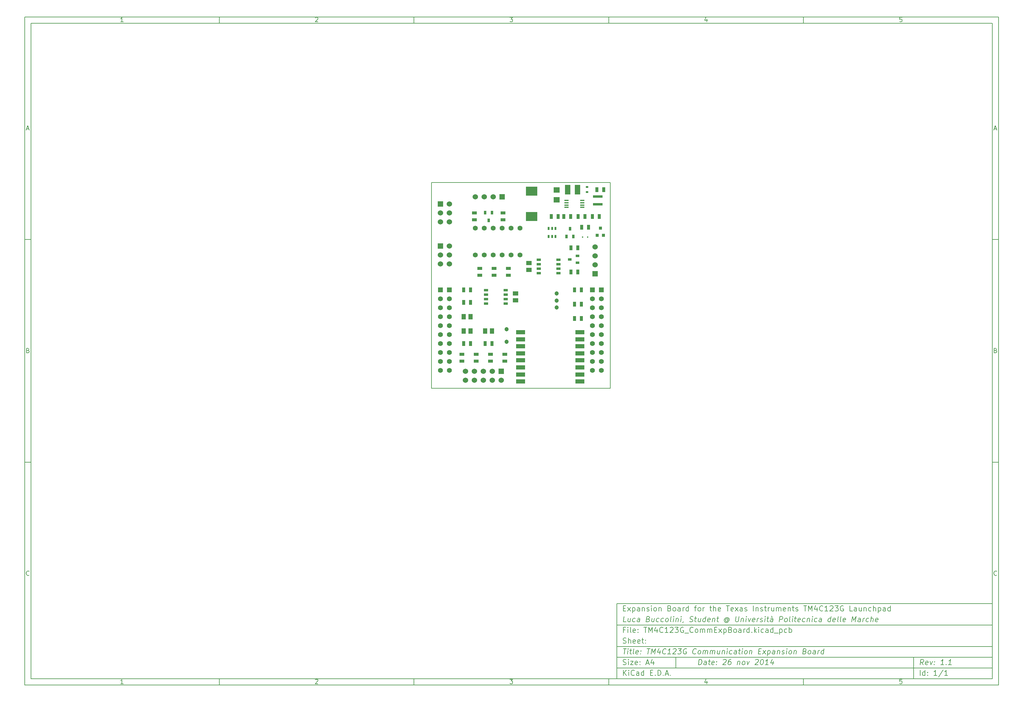
<source format=gts>
G04 (created by PCBNEW (2013-07-07 BZR 4022)-stable) date 11/26/2014 18:45:40*
%MOIN*%
G04 Gerber Fmt 3.4, Leading zero omitted, Abs format*
%FSLAX34Y34*%
G01*
G70*
G90*
G04 APERTURE LIST*
%ADD10C,0.00590551*%
%ADD11C,0.00629921*%
%ADD12R,0.05X0.016*%
%ADD13R,0.063X0.106*%
%ADD14R,0.0512X0.059*%
%ADD15R,0.059X0.0512*%
%ADD16R,0.035X0.055*%
%ADD17R,0.055X0.035*%
%ADD18R,0.0984252X0.0511811*%
%ADD19R,0.071X0.063*%
%ADD20R,0.036X0.036*%
%ADD21R,0.0394X0.0315*%
%ADD22R,0.0315X0.0394*%
%ADD23R,0.106299X0.0314961*%
%ADD24R,0.023622X0.0354331*%
%ADD25R,0.06X0.06*%
%ADD26C,0.06*%
%ADD27R,0.05X0.025*%
%ADD28R,0.055X0.055*%
%ADD29C,0.055*%
%ADD30R,0.0314961X0.023622*%
%ADD31R,0.125984X0.102362*%
%ADD32R,0.015748X0.015748*%
%ADD33C,0.0472441*%
%ADD34C,0.0551181*%
G04 APERTURE END LIST*
G54D10*
X4000Y-4000D02*
X112930Y-4000D01*
X112930Y-78680D01*
X4000Y-78680D01*
X4000Y-4000D01*
X4700Y-4700D02*
X112230Y-4700D01*
X112230Y-77980D01*
X4700Y-77980D01*
X4700Y-4700D01*
X25780Y-4000D02*
X25780Y-4700D01*
X15032Y-4552D02*
X14747Y-4552D01*
X14890Y-4552D02*
X14890Y-4052D01*
X14842Y-4123D01*
X14794Y-4171D01*
X14747Y-4195D01*
X25780Y-78680D02*
X25780Y-77980D01*
X15032Y-78532D02*
X14747Y-78532D01*
X14890Y-78532D02*
X14890Y-78032D01*
X14842Y-78103D01*
X14794Y-78151D01*
X14747Y-78175D01*
X47560Y-4000D02*
X47560Y-4700D01*
X36527Y-4100D02*
X36550Y-4076D01*
X36598Y-4052D01*
X36717Y-4052D01*
X36765Y-4076D01*
X36789Y-4100D01*
X36812Y-4147D01*
X36812Y-4195D01*
X36789Y-4266D01*
X36503Y-4552D01*
X36812Y-4552D01*
X47560Y-78680D02*
X47560Y-77980D01*
X36527Y-78080D02*
X36550Y-78056D01*
X36598Y-78032D01*
X36717Y-78032D01*
X36765Y-78056D01*
X36789Y-78080D01*
X36812Y-78127D01*
X36812Y-78175D01*
X36789Y-78246D01*
X36503Y-78532D01*
X36812Y-78532D01*
X69340Y-4000D02*
X69340Y-4700D01*
X58283Y-4052D02*
X58592Y-4052D01*
X58426Y-4242D01*
X58497Y-4242D01*
X58545Y-4266D01*
X58569Y-4290D01*
X58592Y-4338D01*
X58592Y-4457D01*
X58569Y-4504D01*
X58545Y-4528D01*
X58497Y-4552D01*
X58354Y-4552D01*
X58307Y-4528D01*
X58283Y-4504D01*
X69340Y-78680D02*
X69340Y-77980D01*
X58283Y-78032D02*
X58592Y-78032D01*
X58426Y-78222D01*
X58497Y-78222D01*
X58545Y-78246D01*
X58569Y-78270D01*
X58592Y-78318D01*
X58592Y-78437D01*
X58569Y-78484D01*
X58545Y-78508D01*
X58497Y-78532D01*
X58354Y-78532D01*
X58307Y-78508D01*
X58283Y-78484D01*
X91120Y-4000D02*
X91120Y-4700D01*
X80325Y-4219D02*
X80325Y-4552D01*
X80206Y-4028D02*
X80087Y-4385D01*
X80396Y-4385D01*
X91120Y-78680D02*
X91120Y-77980D01*
X80325Y-78199D02*
X80325Y-78532D01*
X80206Y-78008D02*
X80087Y-78365D01*
X80396Y-78365D01*
X102129Y-4052D02*
X101890Y-4052D01*
X101867Y-4290D01*
X101890Y-4266D01*
X101938Y-4242D01*
X102057Y-4242D01*
X102105Y-4266D01*
X102129Y-4290D01*
X102152Y-4338D01*
X102152Y-4457D01*
X102129Y-4504D01*
X102105Y-4528D01*
X102057Y-4552D01*
X101938Y-4552D01*
X101890Y-4528D01*
X101867Y-4504D01*
X102129Y-78032D02*
X101890Y-78032D01*
X101867Y-78270D01*
X101890Y-78246D01*
X101938Y-78222D01*
X102057Y-78222D01*
X102105Y-78246D01*
X102129Y-78270D01*
X102152Y-78318D01*
X102152Y-78437D01*
X102129Y-78484D01*
X102105Y-78508D01*
X102057Y-78532D01*
X101938Y-78532D01*
X101890Y-78508D01*
X101867Y-78484D01*
X4000Y-28890D02*
X4700Y-28890D01*
X4230Y-16509D02*
X4469Y-16509D01*
X4183Y-16652D02*
X4350Y-16152D01*
X4516Y-16652D01*
X112930Y-28890D02*
X112230Y-28890D01*
X112460Y-16509D02*
X112699Y-16509D01*
X112413Y-16652D02*
X112580Y-16152D01*
X112746Y-16652D01*
X4000Y-53780D02*
X4700Y-53780D01*
X4385Y-41280D02*
X4457Y-41304D01*
X4480Y-41328D01*
X4504Y-41375D01*
X4504Y-41447D01*
X4480Y-41494D01*
X4457Y-41518D01*
X4409Y-41542D01*
X4219Y-41542D01*
X4219Y-41042D01*
X4385Y-41042D01*
X4433Y-41066D01*
X4457Y-41090D01*
X4480Y-41137D01*
X4480Y-41185D01*
X4457Y-41232D01*
X4433Y-41256D01*
X4385Y-41280D01*
X4219Y-41280D01*
X112930Y-53780D02*
X112230Y-53780D01*
X112615Y-41280D02*
X112687Y-41304D01*
X112710Y-41328D01*
X112734Y-41375D01*
X112734Y-41447D01*
X112710Y-41494D01*
X112687Y-41518D01*
X112639Y-41542D01*
X112449Y-41542D01*
X112449Y-41042D01*
X112615Y-41042D01*
X112663Y-41066D01*
X112687Y-41090D01*
X112710Y-41137D01*
X112710Y-41185D01*
X112687Y-41232D01*
X112663Y-41256D01*
X112615Y-41280D01*
X112449Y-41280D01*
X4504Y-66384D02*
X4480Y-66408D01*
X4409Y-66432D01*
X4361Y-66432D01*
X4290Y-66408D01*
X4242Y-66360D01*
X4219Y-66313D01*
X4195Y-66218D01*
X4195Y-66146D01*
X4219Y-66051D01*
X4242Y-66003D01*
X4290Y-65956D01*
X4361Y-65932D01*
X4409Y-65932D01*
X4480Y-65956D01*
X4504Y-65980D01*
X112734Y-66384D02*
X112710Y-66408D01*
X112639Y-66432D01*
X112591Y-66432D01*
X112520Y-66408D01*
X112472Y-66360D01*
X112449Y-66313D01*
X112425Y-66218D01*
X112425Y-66146D01*
X112449Y-66051D01*
X112472Y-66003D01*
X112520Y-65956D01*
X112591Y-65932D01*
X112639Y-65932D01*
X112710Y-65956D01*
X112734Y-65980D01*
X79380Y-76422D02*
X79455Y-75822D01*
X79597Y-75822D01*
X79680Y-75851D01*
X79730Y-75908D01*
X79751Y-75965D01*
X79765Y-76080D01*
X79755Y-76165D01*
X79712Y-76280D01*
X79676Y-76337D01*
X79612Y-76394D01*
X79522Y-76422D01*
X79380Y-76422D01*
X80237Y-76422D02*
X80276Y-76108D01*
X80255Y-76051D01*
X80201Y-76022D01*
X80087Y-76022D01*
X80026Y-76051D01*
X80240Y-76394D02*
X80180Y-76422D01*
X80037Y-76422D01*
X79983Y-76394D01*
X79962Y-76337D01*
X79969Y-76280D01*
X80005Y-76222D01*
X80065Y-76194D01*
X80208Y-76194D01*
X80269Y-76165D01*
X80487Y-76022D02*
X80715Y-76022D01*
X80597Y-75822D02*
X80533Y-76337D01*
X80555Y-76394D01*
X80608Y-76422D01*
X80665Y-76422D01*
X81097Y-76394D02*
X81037Y-76422D01*
X80922Y-76422D01*
X80869Y-76394D01*
X80847Y-76337D01*
X80876Y-76108D01*
X80912Y-76051D01*
X80972Y-76022D01*
X81087Y-76022D01*
X81140Y-76051D01*
X81162Y-76108D01*
X81155Y-76165D01*
X80862Y-76222D01*
X81387Y-76365D02*
X81412Y-76394D01*
X81380Y-76422D01*
X81355Y-76394D01*
X81387Y-76365D01*
X81380Y-76422D01*
X81426Y-76051D02*
X81451Y-76080D01*
X81419Y-76108D01*
X81394Y-76080D01*
X81426Y-76051D01*
X81419Y-76108D01*
X82162Y-75880D02*
X82194Y-75851D01*
X82255Y-75822D01*
X82397Y-75822D01*
X82451Y-75851D01*
X82476Y-75880D01*
X82497Y-75937D01*
X82490Y-75994D01*
X82451Y-76080D01*
X82065Y-76422D01*
X82437Y-76422D01*
X83026Y-75822D02*
X82912Y-75822D01*
X82851Y-75851D01*
X82819Y-75880D01*
X82751Y-75965D01*
X82708Y-76080D01*
X82680Y-76308D01*
X82701Y-76365D01*
X82726Y-76394D01*
X82780Y-76422D01*
X82894Y-76422D01*
X82955Y-76394D01*
X82987Y-76365D01*
X83022Y-76308D01*
X83040Y-76165D01*
X83019Y-76108D01*
X82994Y-76080D01*
X82940Y-76051D01*
X82826Y-76051D01*
X82765Y-76080D01*
X82733Y-76108D01*
X82697Y-76165D01*
X83772Y-76022D02*
X83722Y-76422D01*
X83765Y-76080D02*
X83797Y-76051D01*
X83858Y-76022D01*
X83944Y-76022D01*
X83997Y-76051D01*
X84019Y-76108D01*
X83980Y-76422D01*
X84351Y-76422D02*
X84297Y-76394D01*
X84272Y-76365D01*
X84251Y-76308D01*
X84272Y-76137D01*
X84308Y-76080D01*
X84340Y-76051D01*
X84401Y-76022D01*
X84487Y-76022D01*
X84540Y-76051D01*
X84565Y-76080D01*
X84587Y-76137D01*
X84565Y-76308D01*
X84530Y-76365D01*
X84497Y-76394D01*
X84437Y-76422D01*
X84351Y-76422D01*
X84801Y-76022D02*
X84894Y-76422D01*
X85087Y-76022D01*
X85762Y-75880D02*
X85794Y-75851D01*
X85855Y-75822D01*
X85997Y-75822D01*
X86051Y-75851D01*
X86076Y-75880D01*
X86097Y-75937D01*
X86090Y-75994D01*
X86051Y-76080D01*
X85665Y-76422D01*
X86037Y-76422D01*
X86483Y-75822D02*
X86540Y-75822D01*
X86594Y-75851D01*
X86619Y-75880D01*
X86640Y-75937D01*
X86655Y-76051D01*
X86637Y-76194D01*
X86594Y-76308D01*
X86558Y-76365D01*
X86526Y-76394D01*
X86465Y-76422D01*
X86408Y-76422D01*
X86355Y-76394D01*
X86330Y-76365D01*
X86308Y-76308D01*
X86294Y-76194D01*
X86312Y-76051D01*
X86355Y-75937D01*
X86390Y-75880D01*
X86422Y-75851D01*
X86483Y-75822D01*
X87180Y-76422D02*
X86837Y-76422D01*
X87008Y-76422D02*
X87083Y-75822D01*
X87015Y-75908D01*
X86951Y-75965D01*
X86890Y-75994D01*
X87744Y-76022D02*
X87694Y-76422D01*
X87630Y-75794D02*
X87433Y-76222D01*
X87805Y-76222D01*
X70972Y-77622D02*
X70972Y-77022D01*
X71315Y-77622D02*
X71058Y-77280D01*
X71315Y-77022D02*
X70972Y-77365D01*
X71572Y-77622D02*
X71572Y-77222D01*
X71572Y-77022D02*
X71544Y-77051D01*
X71572Y-77080D01*
X71601Y-77051D01*
X71572Y-77022D01*
X71572Y-77080D01*
X72201Y-77565D02*
X72172Y-77594D01*
X72087Y-77622D01*
X72030Y-77622D01*
X71944Y-77594D01*
X71887Y-77537D01*
X71858Y-77480D01*
X71830Y-77365D01*
X71830Y-77280D01*
X71858Y-77165D01*
X71887Y-77108D01*
X71944Y-77051D01*
X72030Y-77022D01*
X72087Y-77022D01*
X72172Y-77051D01*
X72201Y-77080D01*
X72715Y-77622D02*
X72715Y-77308D01*
X72687Y-77251D01*
X72630Y-77222D01*
X72515Y-77222D01*
X72458Y-77251D01*
X72715Y-77594D02*
X72658Y-77622D01*
X72515Y-77622D01*
X72458Y-77594D01*
X72430Y-77537D01*
X72430Y-77480D01*
X72458Y-77422D01*
X72515Y-77394D01*
X72658Y-77394D01*
X72715Y-77365D01*
X73258Y-77622D02*
X73258Y-77022D01*
X73258Y-77594D02*
X73201Y-77622D01*
X73087Y-77622D01*
X73030Y-77594D01*
X73001Y-77565D01*
X72972Y-77508D01*
X72972Y-77337D01*
X73001Y-77280D01*
X73030Y-77251D01*
X73087Y-77222D01*
X73201Y-77222D01*
X73258Y-77251D01*
X74001Y-77308D02*
X74201Y-77308D01*
X74287Y-77622D02*
X74001Y-77622D01*
X74001Y-77022D01*
X74287Y-77022D01*
X74544Y-77565D02*
X74572Y-77594D01*
X74544Y-77622D01*
X74515Y-77594D01*
X74544Y-77565D01*
X74544Y-77622D01*
X74829Y-77622D02*
X74829Y-77022D01*
X74972Y-77022D01*
X75058Y-77051D01*
X75115Y-77108D01*
X75144Y-77165D01*
X75172Y-77280D01*
X75172Y-77365D01*
X75144Y-77480D01*
X75115Y-77537D01*
X75058Y-77594D01*
X74972Y-77622D01*
X74829Y-77622D01*
X75429Y-77565D02*
X75458Y-77594D01*
X75429Y-77622D01*
X75401Y-77594D01*
X75429Y-77565D01*
X75429Y-77622D01*
X75687Y-77451D02*
X75972Y-77451D01*
X75629Y-77622D02*
X75829Y-77022D01*
X76029Y-77622D01*
X76229Y-77565D02*
X76258Y-77594D01*
X76229Y-77622D01*
X76201Y-77594D01*
X76229Y-77565D01*
X76229Y-77622D01*
X104522Y-76422D02*
X104358Y-76137D01*
X104180Y-76422D02*
X104255Y-75822D01*
X104483Y-75822D01*
X104537Y-75851D01*
X104562Y-75880D01*
X104583Y-75937D01*
X104572Y-76022D01*
X104537Y-76080D01*
X104505Y-76108D01*
X104444Y-76137D01*
X104215Y-76137D01*
X105012Y-76394D02*
X104951Y-76422D01*
X104837Y-76422D01*
X104783Y-76394D01*
X104762Y-76337D01*
X104790Y-76108D01*
X104826Y-76051D01*
X104887Y-76022D01*
X105001Y-76022D01*
X105055Y-76051D01*
X105076Y-76108D01*
X105069Y-76165D01*
X104776Y-76222D01*
X105287Y-76022D02*
X105380Y-76422D01*
X105572Y-76022D01*
X105758Y-76365D02*
X105783Y-76394D01*
X105751Y-76422D01*
X105726Y-76394D01*
X105758Y-76365D01*
X105751Y-76422D01*
X105797Y-76051D02*
X105822Y-76080D01*
X105790Y-76108D01*
X105765Y-76080D01*
X105797Y-76051D01*
X105790Y-76108D01*
X106808Y-76422D02*
X106465Y-76422D01*
X106637Y-76422D02*
X106712Y-75822D01*
X106644Y-75908D01*
X106580Y-75965D01*
X106519Y-75994D01*
X107072Y-76365D02*
X107097Y-76394D01*
X107065Y-76422D01*
X107040Y-76394D01*
X107072Y-76365D01*
X107065Y-76422D01*
X107665Y-76422D02*
X107322Y-76422D01*
X107494Y-76422D02*
X107569Y-75822D01*
X107501Y-75908D01*
X107437Y-75965D01*
X107376Y-75994D01*
X70944Y-76394D02*
X71030Y-76422D01*
X71172Y-76422D01*
X71230Y-76394D01*
X71258Y-76365D01*
X71287Y-76308D01*
X71287Y-76251D01*
X71258Y-76194D01*
X71230Y-76165D01*
X71172Y-76137D01*
X71058Y-76108D01*
X71001Y-76080D01*
X70972Y-76051D01*
X70944Y-75994D01*
X70944Y-75937D01*
X70972Y-75880D01*
X71001Y-75851D01*
X71058Y-75822D01*
X71201Y-75822D01*
X71287Y-75851D01*
X71544Y-76422D02*
X71544Y-76022D01*
X71544Y-75822D02*
X71515Y-75851D01*
X71544Y-75880D01*
X71572Y-75851D01*
X71544Y-75822D01*
X71544Y-75880D01*
X71772Y-76022D02*
X72087Y-76022D01*
X71772Y-76422D01*
X72087Y-76422D01*
X72544Y-76394D02*
X72487Y-76422D01*
X72372Y-76422D01*
X72315Y-76394D01*
X72287Y-76337D01*
X72287Y-76108D01*
X72315Y-76051D01*
X72372Y-76022D01*
X72487Y-76022D01*
X72544Y-76051D01*
X72572Y-76108D01*
X72572Y-76165D01*
X72287Y-76222D01*
X72830Y-76365D02*
X72858Y-76394D01*
X72830Y-76422D01*
X72801Y-76394D01*
X72830Y-76365D01*
X72830Y-76422D01*
X72830Y-76051D02*
X72858Y-76080D01*
X72830Y-76108D01*
X72801Y-76080D01*
X72830Y-76051D01*
X72830Y-76108D01*
X73544Y-76251D02*
X73830Y-76251D01*
X73487Y-76422D02*
X73687Y-75822D01*
X73887Y-76422D01*
X74344Y-76022D02*
X74344Y-76422D01*
X74201Y-75794D02*
X74058Y-76222D01*
X74430Y-76222D01*
X104172Y-77622D02*
X104172Y-77022D01*
X104715Y-77622D02*
X104715Y-77022D01*
X104715Y-77594D02*
X104658Y-77622D01*
X104544Y-77622D01*
X104487Y-77594D01*
X104458Y-77565D01*
X104430Y-77508D01*
X104430Y-77337D01*
X104458Y-77280D01*
X104487Y-77251D01*
X104544Y-77222D01*
X104658Y-77222D01*
X104715Y-77251D01*
X105001Y-77565D02*
X105030Y-77594D01*
X105001Y-77622D01*
X104972Y-77594D01*
X105001Y-77565D01*
X105001Y-77622D01*
X105001Y-77251D02*
X105030Y-77280D01*
X105001Y-77308D01*
X104972Y-77280D01*
X105001Y-77251D01*
X105001Y-77308D01*
X106058Y-77622D02*
X105715Y-77622D01*
X105887Y-77622D02*
X105887Y-77022D01*
X105829Y-77108D01*
X105772Y-77165D01*
X105715Y-77194D01*
X106744Y-76994D02*
X106230Y-77765D01*
X107258Y-77622D02*
X106915Y-77622D01*
X107087Y-77622D02*
X107087Y-77022D01*
X107029Y-77108D01*
X106972Y-77165D01*
X106915Y-77194D01*
X70969Y-74622D02*
X71312Y-74622D01*
X71065Y-75222D02*
X71140Y-74622D01*
X71437Y-75222D02*
X71487Y-74822D01*
X71512Y-74622D02*
X71480Y-74651D01*
X71505Y-74680D01*
X71537Y-74651D01*
X71512Y-74622D01*
X71505Y-74680D01*
X71687Y-74822D02*
X71915Y-74822D01*
X71797Y-74622D02*
X71733Y-75137D01*
X71755Y-75194D01*
X71808Y-75222D01*
X71865Y-75222D01*
X72151Y-75222D02*
X72097Y-75194D01*
X72076Y-75137D01*
X72140Y-74622D01*
X72612Y-75194D02*
X72551Y-75222D01*
X72437Y-75222D01*
X72383Y-75194D01*
X72362Y-75137D01*
X72390Y-74908D01*
X72426Y-74851D01*
X72487Y-74822D01*
X72601Y-74822D01*
X72655Y-74851D01*
X72676Y-74908D01*
X72669Y-74965D01*
X72376Y-75022D01*
X72901Y-75165D02*
X72926Y-75194D01*
X72894Y-75222D01*
X72869Y-75194D01*
X72901Y-75165D01*
X72894Y-75222D01*
X72940Y-74851D02*
X72965Y-74880D01*
X72933Y-74908D01*
X72908Y-74880D01*
X72940Y-74851D01*
X72933Y-74908D01*
X73626Y-74622D02*
X73969Y-74622D01*
X73722Y-75222D02*
X73797Y-74622D01*
X74094Y-75222D02*
X74169Y-74622D01*
X74315Y-75051D01*
X74569Y-74622D01*
X74494Y-75222D01*
X75087Y-74822D02*
X75037Y-75222D01*
X74972Y-74594D02*
X74776Y-75022D01*
X75147Y-75022D01*
X75701Y-75165D02*
X75669Y-75194D01*
X75580Y-75222D01*
X75522Y-75222D01*
X75440Y-75194D01*
X75390Y-75137D01*
X75369Y-75080D01*
X75355Y-74965D01*
X75365Y-74880D01*
X75408Y-74765D01*
X75444Y-74708D01*
X75508Y-74651D01*
X75597Y-74622D01*
X75655Y-74622D01*
X75737Y-74651D01*
X75762Y-74680D01*
X76265Y-75222D02*
X75922Y-75222D01*
X76094Y-75222D02*
X76169Y-74622D01*
X76101Y-74708D01*
X76037Y-74765D01*
X75976Y-74794D01*
X76562Y-74680D02*
X76594Y-74651D01*
X76655Y-74622D01*
X76797Y-74622D01*
X76851Y-74651D01*
X76876Y-74680D01*
X76897Y-74737D01*
X76890Y-74794D01*
X76851Y-74880D01*
X76465Y-75222D01*
X76837Y-75222D01*
X77112Y-74622D02*
X77483Y-74622D01*
X77255Y-74851D01*
X77340Y-74851D01*
X77394Y-74880D01*
X77419Y-74908D01*
X77440Y-74965D01*
X77422Y-75108D01*
X77387Y-75165D01*
X77355Y-75194D01*
X77294Y-75222D01*
X77122Y-75222D01*
X77069Y-75194D01*
X77044Y-75165D01*
X78051Y-74651D02*
X77997Y-74622D01*
X77912Y-74622D01*
X77822Y-74651D01*
X77758Y-74708D01*
X77722Y-74765D01*
X77680Y-74880D01*
X77669Y-74965D01*
X77683Y-75080D01*
X77705Y-75137D01*
X77755Y-75194D01*
X77837Y-75222D01*
X77894Y-75222D01*
X77983Y-75194D01*
X78015Y-75165D01*
X78040Y-74965D01*
X77926Y-74965D01*
X79072Y-75165D02*
X79040Y-75194D01*
X78951Y-75222D01*
X78894Y-75222D01*
X78812Y-75194D01*
X78762Y-75137D01*
X78740Y-75080D01*
X78726Y-74965D01*
X78737Y-74880D01*
X78780Y-74765D01*
X78815Y-74708D01*
X78880Y-74651D01*
X78969Y-74622D01*
X79026Y-74622D01*
X79108Y-74651D01*
X79133Y-74680D01*
X79408Y-75222D02*
X79355Y-75194D01*
X79330Y-75165D01*
X79308Y-75108D01*
X79330Y-74937D01*
X79365Y-74880D01*
X79397Y-74851D01*
X79458Y-74822D01*
X79544Y-74822D01*
X79597Y-74851D01*
X79622Y-74880D01*
X79644Y-74937D01*
X79622Y-75108D01*
X79587Y-75165D01*
X79555Y-75194D01*
X79494Y-75222D01*
X79408Y-75222D01*
X79865Y-75222D02*
X79915Y-74822D01*
X79908Y-74880D02*
X79940Y-74851D01*
X80001Y-74822D01*
X80087Y-74822D01*
X80140Y-74851D01*
X80162Y-74908D01*
X80122Y-75222D01*
X80162Y-74908D02*
X80197Y-74851D01*
X80258Y-74822D01*
X80344Y-74822D01*
X80397Y-74851D01*
X80419Y-74908D01*
X80380Y-75222D01*
X80665Y-75222D02*
X80715Y-74822D01*
X80708Y-74880D02*
X80740Y-74851D01*
X80801Y-74822D01*
X80887Y-74822D01*
X80940Y-74851D01*
X80962Y-74908D01*
X80922Y-75222D01*
X80962Y-74908D02*
X80997Y-74851D01*
X81058Y-74822D01*
X81144Y-74822D01*
X81197Y-74851D01*
X81219Y-74908D01*
X81180Y-75222D01*
X81772Y-74822D02*
X81722Y-75222D01*
X81515Y-74822D02*
X81476Y-75137D01*
X81497Y-75194D01*
X81551Y-75222D01*
X81637Y-75222D01*
X81697Y-75194D01*
X81730Y-75165D01*
X82058Y-74822D02*
X82008Y-75222D01*
X82051Y-74880D02*
X82083Y-74851D01*
X82144Y-74822D01*
X82230Y-74822D01*
X82283Y-74851D01*
X82305Y-74908D01*
X82265Y-75222D01*
X82551Y-75222D02*
X82601Y-74822D01*
X82626Y-74622D02*
X82594Y-74651D01*
X82619Y-74680D01*
X82651Y-74651D01*
X82626Y-74622D01*
X82619Y-74680D01*
X83097Y-75194D02*
X83037Y-75222D01*
X82922Y-75222D01*
X82869Y-75194D01*
X82844Y-75165D01*
X82822Y-75108D01*
X82844Y-74937D01*
X82880Y-74880D01*
X82912Y-74851D01*
X82972Y-74822D01*
X83087Y-74822D01*
X83140Y-74851D01*
X83608Y-75222D02*
X83647Y-74908D01*
X83626Y-74851D01*
X83572Y-74822D01*
X83458Y-74822D01*
X83397Y-74851D01*
X83612Y-75194D02*
X83551Y-75222D01*
X83408Y-75222D01*
X83355Y-75194D01*
X83333Y-75137D01*
X83340Y-75080D01*
X83376Y-75022D01*
X83437Y-74994D01*
X83580Y-74994D01*
X83640Y-74965D01*
X83858Y-74822D02*
X84087Y-74822D01*
X83969Y-74622D02*
X83905Y-75137D01*
X83926Y-75194D01*
X83980Y-75222D01*
X84037Y-75222D01*
X84237Y-75222D02*
X84287Y-74822D01*
X84312Y-74622D02*
X84280Y-74651D01*
X84305Y-74680D01*
X84337Y-74651D01*
X84312Y-74622D01*
X84305Y-74680D01*
X84608Y-75222D02*
X84555Y-75194D01*
X84530Y-75165D01*
X84508Y-75108D01*
X84530Y-74937D01*
X84565Y-74880D01*
X84597Y-74851D01*
X84658Y-74822D01*
X84744Y-74822D01*
X84797Y-74851D01*
X84822Y-74880D01*
X84844Y-74937D01*
X84822Y-75108D01*
X84787Y-75165D01*
X84755Y-75194D01*
X84694Y-75222D01*
X84608Y-75222D01*
X85115Y-74822D02*
X85065Y-75222D01*
X85108Y-74880D02*
X85140Y-74851D01*
X85201Y-74822D01*
X85287Y-74822D01*
X85340Y-74851D01*
X85362Y-74908D01*
X85322Y-75222D01*
X86105Y-74908D02*
X86305Y-74908D01*
X86351Y-75222D02*
X86065Y-75222D01*
X86140Y-74622D01*
X86426Y-74622D01*
X86551Y-75222D02*
X86915Y-74822D01*
X86601Y-74822D02*
X86865Y-75222D01*
X87144Y-74822D02*
X87069Y-75422D01*
X87140Y-74851D02*
X87201Y-74822D01*
X87315Y-74822D01*
X87369Y-74851D01*
X87394Y-74880D01*
X87415Y-74937D01*
X87394Y-75108D01*
X87358Y-75165D01*
X87326Y-75194D01*
X87265Y-75222D01*
X87151Y-75222D01*
X87097Y-75194D01*
X87894Y-75222D02*
X87933Y-74908D01*
X87912Y-74851D01*
X87858Y-74822D01*
X87744Y-74822D01*
X87683Y-74851D01*
X87897Y-75194D02*
X87837Y-75222D01*
X87694Y-75222D01*
X87640Y-75194D01*
X87619Y-75137D01*
X87626Y-75080D01*
X87662Y-75022D01*
X87722Y-74994D01*
X87865Y-74994D01*
X87926Y-74965D01*
X88230Y-74822D02*
X88180Y-75222D01*
X88222Y-74880D02*
X88255Y-74851D01*
X88315Y-74822D01*
X88401Y-74822D01*
X88455Y-74851D01*
X88476Y-74908D01*
X88437Y-75222D01*
X88697Y-75194D02*
X88751Y-75222D01*
X88865Y-75222D01*
X88926Y-75194D01*
X88962Y-75137D01*
X88965Y-75108D01*
X88944Y-75051D01*
X88890Y-75022D01*
X88805Y-75022D01*
X88751Y-74994D01*
X88730Y-74937D01*
X88733Y-74908D01*
X88769Y-74851D01*
X88830Y-74822D01*
X88915Y-74822D01*
X88969Y-74851D01*
X89208Y-75222D02*
X89258Y-74822D01*
X89283Y-74622D02*
X89251Y-74651D01*
X89276Y-74680D01*
X89308Y-74651D01*
X89283Y-74622D01*
X89276Y-74680D01*
X89579Y-75222D02*
X89526Y-75194D01*
X89501Y-75165D01*
X89480Y-75108D01*
X89501Y-74937D01*
X89537Y-74880D01*
X89569Y-74851D01*
X89629Y-74822D01*
X89715Y-74822D01*
X89769Y-74851D01*
X89794Y-74880D01*
X89815Y-74937D01*
X89794Y-75108D01*
X89758Y-75165D01*
X89726Y-75194D01*
X89665Y-75222D01*
X89579Y-75222D01*
X90087Y-74822D02*
X90037Y-75222D01*
X90079Y-74880D02*
X90112Y-74851D01*
X90172Y-74822D01*
X90258Y-74822D01*
X90312Y-74851D01*
X90333Y-74908D01*
X90294Y-75222D01*
X91276Y-74908D02*
X91358Y-74937D01*
X91383Y-74965D01*
X91404Y-75022D01*
X91394Y-75108D01*
X91358Y-75165D01*
X91326Y-75194D01*
X91265Y-75222D01*
X91037Y-75222D01*
X91112Y-74622D01*
X91312Y-74622D01*
X91365Y-74651D01*
X91390Y-74680D01*
X91412Y-74737D01*
X91404Y-74794D01*
X91369Y-74851D01*
X91337Y-74880D01*
X91276Y-74908D01*
X91076Y-74908D01*
X91722Y-75222D02*
X91669Y-75194D01*
X91644Y-75165D01*
X91622Y-75108D01*
X91644Y-74937D01*
X91679Y-74880D01*
X91712Y-74851D01*
X91772Y-74822D01*
X91858Y-74822D01*
X91912Y-74851D01*
X91937Y-74880D01*
X91958Y-74937D01*
X91937Y-75108D01*
X91901Y-75165D01*
X91869Y-75194D01*
X91808Y-75222D01*
X91722Y-75222D01*
X92437Y-75222D02*
X92476Y-74908D01*
X92454Y-74851D01*
X92401Y-74822D01*
X92287Y-74822D01*
X92226Y-74851D01*
X92440Y-75194D02*
X92379Y-75222D01*
X92237Y-75222D01*
X92183Y-75194D01*
X92162Y-75137D01*
X92169Y-75080D01*
X92204Y-75022D01*
X92265Y-74994D01*
X92408Y-74994D01*
X92469Y-74965D01*
X92722Y-75222D02*
X92772Y-74822D01*
X92758Y-74937D02*
X92794Y-74880D01*
X92826Y-74851D01*
X92887Y-74822D01*
X92944Y-74822D01*
X93351Y-75222D02*
X93426Y-74622D01*
X93354Y-75194D02*
X93294Y-75222D01*
X93179Y-75222D01*
X93126Y-75194D01*
X93101Y-75165D01*
X93080Y-75108D01*
X93101Y-74937D01*
X93137Y-74880D01*
X93169Y-74851D01*
X93229Y-74822D01*
X93344Y-74822D01*
X93397Y-74851D01*
X71172Y-72508D02*
X70972Y-72508D01*
X70972Y-72822D02*
X70972Y-72222D01*
X71258Y-72222D01*
X71487Y-72822D02*
X71487Y-72422D01*
X71487Y-72222D02*
X71458Y-72251D01*
X71487Y-72280D01*
X71515Y-72251D01*
X71487Y-72222D01*
X71487Y-72280D01*
X71858Y-72822D02*
X71801Y-72794D01*
X71772Y-72737D01*
X71772Y-72222D01*
X72315Y-72794D02*
X72258Y-72822D01*
X72144Y-72822D01*
X72087Y-72794D01*
X72058Y-72737D01*
X72058Y-72508D01*
X72087Y-72451D01*
X72144Y-72422D01*
X72258Y-72422D01*
X72315Y-72451D01*
X72344Y-72508D01*
X72344Y-72565D01*
X72058Y-72622D01*
X72601Y-72765D02*
X72630Y-72794D01*
X72601Y-72822D01*
X72572Y-72794D01*
X72601Y-72765D01*
X72601Y-72822D01*
X72601Y-72451D02*
X72630Y-72480D01*
X72601Y-72508D01*
X72572Y-72480D01*
X72601Y-72451D01*
X72601Y-72508D01*
X73258Y-72222D02*
X73601Y-72222D01*
X73430Y-72822D02*
X73430Y-72222D01*
X73801Y-72822D02*
X73801Y-72222D01*
X74001Y-72651D01*
X74201Y-72222D01*
X74201Y-72822D01*
X74744Y-72422D02*
X74744Y-72822D01*
X74601Y-72194D02*
X74458Y-72622D01*
X74830Y-72622D01*
X75401Y-72765D02*
X75372Y-72794D01*
X75287Y-72822D01*
X75230Y-72822D01*
X75144Y-72794D01*
X75087Y-72737D01*
X75058Y-72680D01*
X75030Y-72565D01*
X75030Y-72480D01*
X75058Y-72365D01*
X75087Y-72308D01*
X75144Y-72251D01*
X75230Y-72222D01*
X75287Y-72222D01*
X75372Y-72251D01*
X75401Y-72280D01*
X75972Y-72822D02*
X75630Y-72822D01*
X75801Y-72822D02*
X75801Y-72222D01*
X75744Y-72308D01*
X75687Y-72365D01*
X75630Y-72394D01*
X76201Y-72280D02*
X76230Y-72251D01*
X76287Y-72222D01*
X76430Y-72222D01*
X76487Y-72251D01*
X76515Y-72280D01*
X76544Y-72337D01*
X76544Y-72394D01*
X76515Y-72480D01*
X76172Y-72822D01*
X76544Y-72822D01*
X76744Y-72222D02*
X77115Y-72222D01*
X76915Y-72451D01*
X77001Y-72451D01*
X77058Y-72480D01*
X77087Y-72508D01*
X77115Y-72565D01*
X77115Y-72708D01*
X77087Y-72765D01*
X77058Y-72794D01*
X77001Y-72822D01*
X76830Y-72822D01*
X76772Y-72794D01*
X76744Y-72765D01*
X77687Y-72251D02*
X77630Y-72222D01*
X77544Y-72222D01*
X77458Y-72251D01*
X77401Y-72308D01*
X77372Y-72365D01*
X77344Y-72480D01*
X77344Y-72565D01*
X77372Y-72680D01*
X77401Y-72737D01*
X77458Y-72794D01*
X77544Y-72822D01*
X77601Y-72822D01*
X77687Y-72794D01*
X77715Y-72765D01*
X77715Y-72565D01*
X77601Y-72565D01*
X77830Y-72880D02*
X78287Y-72880D01*
X78772Y-72765D02*
X78744Y-72794D01*
X78658Y-72822D01*
X78601Y-72822D01*
X78515Y-72794D01*
X78458Y-72737D01*
X78430Y-72680D01*
X78401Y-72565D01*
X78401Y-72480D01*
X78430Y-72365D01*
X78458Y-72308D01*
X78515Y-72251D01*
X78601Y-72222D01*
X78658Y-72222D01*
X78744Y-72251D01*
X78772Y-72280D01*
X79115Y-72822D02*
X79058Y-72794D01*
X79030Y-72765D01*
X79001Y-72708D01*
X79001Y-72537D01*
X79030Y-72480D01*
X79058Y-72451D01*
X79115Y-72422D01*
X79201Y-72422D01*
X79258Y-72451D01*
X79287Y-72480D01*
X79315Y-72537D01*
X79315Y-72708D01*
X79287Y-72765D01*
X79258Y-72794D01*
X79201Y-72822D01*
X79115Y-72822D01*
X79572Y-72822D02*
X79572Y-72422D01*
X79572Y-72480D02*
X79601Y-72451D01*
X79658Y-72422D01*
X79744Y-72422D01*
X79801Y-72451D01*
X79830Y-72508D01*
X79830Y-72822D01*
X79830Y-72508D02*
X79858Y-72451D01*
X79915Y-72422D01*
X80001Y-72422D01*
X80058Y-72451D01*
X80087Y-72508D01*
X80087Y-72822D01*
X80372Y-72822D02*
X80372Y-72422D01*
X80372Y-72480D02*
X80401Y-72451D01*
X80458Y-72422D01*
X80544Y-72422D01*
X80601Y-72451D01*
X80630Y-72508D01*
X80630Y-72822D01*
X80630Y-72508D02*
X80658Y-72451D01*
X80715Y-72422D01*
X80801Y-72422D01*
X80858Y-72451D01*
X80887Y-72508D01*
X80887Y-72822D01*
X81172Y-72508D02*
X81372Y-72508D01*
X81458Y-72822D02*
X81172Y-72822D01*
X81172Y-72222D01*
X81458Y-72222D01*
X81658Y-72822D02*
X81972Y-72422D01*
X81658Y-72422D02*
X81972Y-72822D01*
X82201Y-72422D02*
X82201Y-73022D01*
X82201Y-72451D02*
X82258Y-72422D01*
X82372Y-72422D01*
X82430Y-72451D01*
X82458Y-72480D01*
X82487Y-72537D01*
X82487Y-72708D01*
X82458Y-72765D01*
X82430Y-72794D01*
X82372Y-72822D01*
X82258Y-72822D01*
X82201Y-72794D01*
X82944Y-72508D02*
X83030Y-72537D01*
X83058Y-72565D01*
X83087Y-72622D01*
X83087Y-72708D01*
X83058Y-72765D01*
X83030Y-72794D01*
X82972Y-72822D01*
X82744Y-72822D01*
X82744Y-72222D01*
X82944Y-72222D01*
X83001Y-72251D01*
X83030Y-72280D01*
X83058Y-72337D01*
X83058Y-72394D01*
X83030Y-72451D01*
X83001Y-72480D01*
X82944Y-72508D01*
X82744Y-72508D01*
X83430Y-72822D02*
X83372Y-72794D01*
X83344Y-72765D01*
X83315Y-72708D01*
X83315Y-72537D01*
X83344Y-72480D01*
X83372Y-72451D01*
X83430Y-72422D01*
X83515Y-72422D01*
X83572Y-72451D01*
X83601Y-72480D01*
X83630Y-72537D01*
X83630Y-72708D01*
X83601Y-72765D01*
X83572Y-72794D01*
X83515Y-72822D01*
X83430Y-72822D01*
X84144Y-72822D02*
X84144Y-72508D01*
X84115Y-72451D01*
X84058Y-72422D01*
X83944Y-72422D01*
X83887Y-72451D01*
X84144Y-72794D02*
X84087Y-72822D01*
X83944Y-72822D01*
X83887Y-72794D01*
X83858Y-72737D01*
X83858Y-72680D01*
X83887Y-72622D01*
X83944Y-72594D01*
X84087Y-72594D01*
X84144Y-72565D01*
X84430Y-72822D02*
X84430Y-72422D01*
X84430Y-72537D02*
X84458Y-72480D01*
X84487Y-72451D01*
X84544Y-72422D01*
X84601Y-72422D01*
X85058Y-72822D02*
X85058Y-72222D01*
X85058Y-72794D02*
X85001Y-72822D01*
X84887Y-72822D01*
X84830Y-72794D01*
X84801Y-72765D01*
X84772Y-72708D01*
X84772Y-72537D01*
X84801Y-72480D01*
X84830Y-72451D01*
X84887Y-72422D01*
X85001Y-72422D01*
X85058Y-72451D01*
X85344Y-72765D02*
X85372Y-72794D01*
X85344Y-72822D01*
X85315Y-72794D01*
X85344Y-72765D01*
X85344Y-72822D01*
X85630Y-72822D02*
X85630Y-72222D01*
X85687Y-72594D02*
X85858Y-72822D01*
X85858Y-72422D02*
X85630Y-72651D01*
X86115Y-72822D02*
X86115Y-72422D01*
X86115Y-72222D02*
X86087Y-72251D01*
X86115Y-72280D01*
X86144Y-72251D01*
X86115Y-72222D01*
X86115Y-72280D01*
X86658Y-72794D02*
X86601Y-72822D01*
X86487Y-72822D01*
X86430Y-72794D01*
X86401Y-72765D01*
X86372Y-72708D01*
X86372Y-72537D01*
X86401Y-72480D01*
X86430Y-72451D01*
X86487Y-72422D01*
X86601Y-72422D01*
X86658Y-72451D01*
X87172Y-72822D02*
X87172Y-72508D01*
X87144Y-72451D01*
X87087Y-72422D01*
X86972Y-72422D01*
X86915Y-72451D01*
X87172Y-72794D02*
X87115Y-72822D01*
X86972Y-72822D01*
X86915Y-72794D01*
X86887Y-72737D01*
X86887Y-72680D01*
X86915Y-72622D01*
X86972Y-72594D01*
X87115Y-72594D01*
X87172Y-72565D01*
X87715Y-72822D02*
X87715Y-72222D01*
X87715Y-72794D02*
X87658Y-72822D01*
X87544Y-72822D01*
X87487Y-72794D01*
X87458Y-72765D01*
X87430Y-72708D01*
X87430Y-72537D01*
X87458Y-72480D01*
X87487Y-72451D01*
X87544Y-72422D01*
X87658Y-72422D01*
X87715Y-72451D01*
X87858Y-72880D02*
X88315Y-72880D01*
X88458Y-72422D02*
X88458Y-73022D01*
X88458Y-72451D02*
X88515Y-72422D01*
X88630Y-72422D01*
X88687Y-72451D01*
X88715Y-72480D01*
X88744Y-72537D01*
X88744Y-72708D01*
X88715Y-72765D01*
X88687Y-72794D01*
X88630Y-72822D01*
X88515Y-72822D01*
X88458Y-72794D01*
X89258Y-72794D02*
X89201Y-72822D01*
X89087Y-72822D01*
X89030Y-72794D01*
X89001Y-72765D01*
X88972Y-72708D01*
X88972Y-72537D01*
X89001Y-72480D01*
X89030Y-72451D01*
X89087Y-72422D01*
X89201Y-72422D01*
X89258Y-72451D01*
X89515Y-72822D02*
X89515Y-72222D01*
X89515Y-72451D02*
X89572Y-72422D01*
X89687Y-72422D01*
X89744Y-72451D01*
X89772Y-72480D01*
X89801Y-72537D01*
X89801Y-72708D01*
X89772Y-72765D01*
X89744Y-72794D01*
X89687Y-72822D01*
X89572Y-72822D01*
X89515Y-72794D01*
X70944Y-73994D02*
X71030Y-74022D01*
X71172Y-74022D01*
X71230Y-73994D01*
X71258Y-73965D01*
X71287Y-73908D01*
X71287Y-73851D01*
X71258Y-73794D01*
X71230Y-73765D01*
X71172Y-73737D01*
X71058Y-73708D01*
X71001Y-73680D01*
X70972Y-73651D01*
X70944Y-73594D01*
X70944Y-73537D01*
X70972Y-73480D01*
X71001Y-73451D01*
X71058Y-73422D01*
X71201Y-73422D01*
X71287Y-73451D01*
X71544Y-74022D02*
X71544Y-73422D01*
X71801Y-74022D02*
X71801Y-73708D01*
X71772Y-73651D01*
X71715Y-73622D01*
X71630Y-73622D01*
X71572Y-73651D01*
X71544Y-73680D01*
X72315Y-73994D02*
X72258Y-74022D01*
X72144Y-74022D01*
X72087Y-73994D01*
X72058Y-73937D01*
X72058Y-73708D01*
X72087Y-73651D01*
X72144Y-73622D01*
X72258Y-73622D01*
X72315Y-73651D01*
X72344Y-73708D01*
X72344Y-73765D01*
X72058Y-73822D01*
X72830Y-73994D02*
X72772Y-74022D01*
X72658Y-74022D01*
X72601Y-73994D01*
X72572Y-73937D01*
X72572Y-73708D01*
X72601Y-73651D01*
X72658Y-73622D01*
X72772Y-73622D01*
X72830Y-73651D01*
X72858Y-73708D01*
X72858Y-73765D01*
X72572Y-73822D01*
X73030Y-73622D02*
X73258Y-73622D01*
X73115Y-73422D02*
X73115Y-73937D01*
X73144Y-73994D01*
X73201Y-74022D01*
X73258Y-74022D01*
X73458Y-73965D02*
X73487Y-73994D01*
X73458Y-74022D01*
X73430Y-73994D01*
X73458Y-73965D01*
X73458Y-74022D01*
X73458Y-73651D02*
X73487Y-73680D01*
X73458Y-73708D01*
X73430Y-73680D01*
X73458Y-73651D01*
X73458Y-73708D01*
X71265Y-71622D02*
X70980Y-71622D01*
X71055Y-71022D01*
X71772Y-71222D02*
X71722Y-71622D01*
X71515Y-71222D02*
X71476Y-71537D01*
X71497Y-71594D01*
X71551Y-71622D01*
X71637Y-71622D01*
X71697Y-71594D01*
X71730Y-71565D01*
X72269Y-71594D02*
X72208Y-71622D01*
X72094Y-71622D01*
X72040Y-71594D01*
X72015Y-71565D01*
X71994Y-71508D01*
X72015Y-71337D01*
X72051Y-71280D01*
X72083Y-71251D01*
X72144Y-71222D01*
X72258Y-71222D01*
X72312Y-71251D01*
X72780Y-71622D02*
X72819Y-71308D01*
X72797Y-71251D01*
X72744Y-71222D01*
X72630Y-71222D01*
X72569Y-71251D01*
X72783Y-71594D02*
X72722Y-71622D01*
X72580Y-71622D01*
X72526Y-71594D01*
X72505Y-71537D01*
X72512Y-71480D01*
X72547Y-71422D01*
X72608Y-71394D01*
X72751Y-71394D01*
X72812Y-71365D01*
X73762Y-71308D02*
X73844Y-71337D01*
X73869Y-71365D01*
X73890Y-71422D01*
X73880Y-71508D01*
X73844Y-71565D01*
X73812Y-71594D01*
X73751Y-71622D01*
X73522Y-71622D01*
X73597Y-71022D01*
X73797Y-71022D01*
X73851Y-71051D01*
X73876Y-71080D01*
X73897Y-71137D01*
X73890Y-71194D01*
X73854Y-71251D01*
X73822Y-71280D01*
X73762Y-71308D01*
X73562Y-71308D01*
X74430Y-71222D02*
X74380Y-71622D01*
X74172Y-71222D02*
X74133Y-71537D01*
X74155Y-71594D01*
X74208Y-71622D01*
X74294Y-71622D01*
X74355Y-71594D01*
X74387Y-71565D01*
X74926Y-71594D02*
X74865Y-71622D01*
X74751Y-71622D01*
X74697Y-71594D01*
X74672Y-71565D01*
X74651Y-71508D01*
X74672Y-71337D01*
X74708Y-71280D01*
X74740Y-71251D01*
X74801Y-71222D01*
X74915Y-71222D01*
X74969Y-71251D01*
X75440Y-71594D02*
X75380Y-71622D01*
X75265Y-71622D01*
X75212Y-71594D01*
X75187Y-71565D01*
X75165Y-71508D01*
X75187Y-71337D01*
X75222Y-71280D01*
X75255Y-71251D01*
X75315Y-71222D01*
X75430Y-71222D01*
X75483Y-71251D01*
X75780Y-71622D02*
X75726Y-71594D01*
X75701Y-71565D01*
X75680Y-71508D01*
X75701Y-71337D01*
X75737Y-71280D01*
X75769Y-71251D01*
X75830Y-71222D01*
X75915Y-71222D01*
X75969Y-71251D01*
X75994Y-71280D01*
X76015Y-71337D01*
X75994Y-71508D01*
X75958Y-71565D01*
X75926Y-71594D01*
X75865Y-71622D01*
X75780Y-71622D01*
X76322Y-71622D02*
X76269Y-71594D01*
X76247Y-71537D01*
X76312Y-71022D01*
X76551Y-71622D02*
X76601Y-71222D01*
X76626Y-71022D02*
X76594Y-71051D01*
X76619Y-71080D01*
X76651Y-71051D01*
X76626Y-71022D01*
X76619Y-71080D01*
X76887Y-71222D02*
X76837Y-71622D01*
X76880Y-71280D02*
X76912Y-71251D01*
X76972Y-71222D01*
X77058Y-71222D01*
X77112Y-71251D01*
X77133Y-71308D01*
X77094Y-71622D01*
X77380Y-71622D02*
X77430Y-71222D01*
X77455Y-71022D02*
X77422Y-71051D01*
X77447Y-71080D01*
X77480Y-71051D01*
X77455Y-71022D01*
X77447Y-71080D01*
X77697Y-71594D02*
X77694Y-71622D01*
X77658Y-71680D01*
X77626Y-71708D01*
X78383Y-71594D02*
X78465Y-71622D01*
X78608Y-71622D01*
X78669Y-71594D01*
X78701Y-71565D01*
X78737Y-71508D01*
X78744Y-71451D01*
X78722Y-71394D01*
X78697Y-71365D01*
X78644Y-71337D01*
X78533Y-71308D01*
X78480Y-71280D01*
X78454Y-71251D01*
X78433Y-71194D01*
X78440Y-71137D01*
X78476Y-71080D01*
X78508Y-71051D01*
X78569Y-71022D01*
X78712Y-71022D01*
X78794Y-71051D01*
X78944Y-71222D02*
X79172Y-71222D01*
X79055Y-71022D02*
X78990Y-71537D01*
X79012Y-71594D01*
X79065Y-71622D01*
X79122Y-71622D01*
X79630Y-71222D02*
X79580Y-71622D01*
X79372Y-71222D02*
X79333Y-71537D01*
X79355Y-71594D01*
X79408Y-71622D01*
X79494Y-71622D01*
X79555Y-71594D01*
X79587Y-71565D01*
X80122Y-71622D02*
X80197Y-71022D01*
X80126Y-71594D02*
X80065Y-71622D01*
X79951Y-71622D01*
X79897Y-71594D01*
X79872Y-71565D01*
X79851Y-71508D01*
X79872Y-71337D01*
X79908Y-71280D01*
X79940Y-71251D01*
X80001Y-71222D01*
X80115Y-71222D01*
X80169Y-71251D01*
X80640Y-71594D02*
X80580Y-71622D01*
X80465Y-71622D01*
X80412Y-71594D01*
X80390Y-71537D01*
X80419Y-71308D01*
X80454Y-71251D01*
X80515Y-71222D01*
X80630Y-71222D01*
X80683Y-71251D01*
X80705Y-71308D01*
X80697Y-71365D01*
X80405Y-71422D01*
X80972Y-71222D02*
X80922Y-71622D01*
X80965Y-71280D02*
X80997Y-71251D01*
X81058Y-71222D01*
X81144Y-71222D01*
X81197Y-71251D01*
X81219Y-71308D01*
X81180Y-71622D01*
X81430Y-71222D02*
X81658Y-71222D01*
X81540Y-71022D02*
X81476Y-71537D01*
X81497Y-71594D01*
X81551Y-71622D01*
X81608Y-71622D01*
X82672Y-71337D02*
X82647Y-71308D01*
X82594Y-71280D01*
X82537Y-71280D01*
X82476Y-71308D01*
X82444Y-71337D01*
X82408Y-71394D01*
X82401Y-71451D01*
X82422Y-71508D01*
X82447Y-71537D01*
X82501Y-71565D01*
X82558Y-71565D01*
X82619Y-71537D01*
X82651Y-71508D01*
X82680Y-71280D02*
X82651Y-71508D01*
X82676Y-71537D01*
X82705Y-71537D01*
X82765Y-71508D01*
X82801Y-71451D01*
X82819Y-71308D01*
X82772Y-71222D01*
X82694Y-71165D01*
X82583Y-71137D01*
X82465Y-71165D01*
X82372Y-71222D01*
X82305Y-71308D01*
X82262Y-71422D01*
X82276Y-71537D01*
X82322Y-71622D01*
X82401Y-71680D01*
X82512Y-71708D01*
X82630Y-71680D01*
X82722Y-71622D01*
X83569Y-71022D02*
X83508Y-71508D01*
X83530Y-71565D01*
X83555Y-71594D01*
X83608Y-71622D01*
X83722Y-71622D01*
X83783Y-71594D01*
X83815Y-71565D01*
X83851Y-71508D01*
X83912Y-71022D01*
X84172Y-71222D02*
X84122Y-71622D01*
X84165Y-71280D02*
X84197Y-71251D01*
X84258Y-71222D01*
X84344Y-71222D01*
X84397Y-71251D01*
X84419Y-71308D01*
X84380Y-71622D01*
X84665Y-71622D02*
X84715Y-71222D01*
X84740Y-71022D02*
X84708Y-71051D01*
X84733Y-71080D01*
X84765Y-71051D01*
X84740Y-71022D01*
X84733Y-71080D01*
X84944Y-71222D02*
X85037Y-71622D01*
X85230Y-71222D01*
X85640Y-71594D02*
X85580Y-71622D01*
X85465Y-71622D01*
X85412Y-71594D01*
X85390Y-71537D01*
X85419Y-71308D01*
X85454Y-71251D01*
X85515Y-71222D01*
X85630Y-71222D01*
X85683Y-71251D01*
X85705Y-71308D01*
X85697Y-71365D01*
X85405Y-71422D01*
X85922Y-71622D02*
X85972Y-71222D01*
X85958Y-71337D02*
X85994Y-71280D01*
X86026Y-71251D01*
X86087Y-71222D01*
X86144Y-71222D01*
X86269Y-71594D02*
X86322Y-71622D01*
X86437Y-71622D01*
X86497Y-71594D01*
X86533Y-71537D01*
X86537Y-71508D01*
X86515Y-71451D01*
X86462Y-71422D01*
X86376Y-71422D01*
X86322Y-71394D01*
X86301Y-71337D01*
X86305Y-71308D01*
X86340Y-71251D01*
X86401Y-71222D01*
X86487Y-71222D01*
X86540Y-71251D01*
X86780Y-71622D02*
X86830Y-71222D01*
X86855Y-71022D02*
X86822Y-71051D01*
X86847Y-71080D01*
X86880Y-71051D01*
X86855Y-71022D01*
X86847Y-71080D01*
X87030Y-71222D02*
X87258Y-71222D01*
X87140Y-71022D02*
X87076Y-71537D01*
X87097Y-71594D01*
X87151Y-71622D01*
X87208Y-71622D01*
X87665Y-71622D02*
X87705Y-71308D01*
X87683Y-71251D01*
X87630Y-71222D01*
X87515Y-71222D01*
X87454Y-71251D01*
X87669Y-71594D02*
X87608Y-71622D01*
X87465Y-71622D01*
X87412Y-71594D01*
X87390Y-71537D01*
X87397Y-71480D01*
X87433Y-71422D01*
X87494Y-71394D01*
X87637Y-71394D01*
X87697Y-71365D01*
X87544Y-70994D02*
X87619Y-71080D01*
X88408Y-71622D02*
X88483Y-71022D01*
X88712Y-71022D01*
X88765Y-71051D01*
X88790Y-71080D01*
X88812Y-71137D01*
X88801Y-71222D01*
X88765Y-71280D01*
X88733Y-71308D01*
X88672Y-71337D01*
X88444Y-71337D01*
X89094Y-71622D02*
X89040Y-71594D01*
X89015Y-71565D01*
X88994Y-71508D01*
X89015Y-71337D01*
X89051Y-71280D01*
X89083Y-71251D01*
X89144Y-71222D01*
X89230Y-71222D01*
X89283Y-71251D01*
X89308Y-71280D01*
X89329Y-71337D01*
X89308Y-71508D01*
X89272Y-71565D01*
X89240Y-71594D01*
X89180Y-71622D01*
X89094Y-71622D01*
X89637Y-71622D02*
X89583Y-71594D01*
X89562Y-71537D01*
X89626Y-71022D01*
X89865Y-71622D02*
X89915Y-71222D01*
X89940Y-71022D02*
X89908Y-71051D01*
X89933Y-71080D01*
X89965Y-71051D01*
X89940Y-71022D01*
X89933Y-71080D01*
X90115Y-71222D02*
X90344Y-71222D01*
X90226Y-71022D02*
X90162Y-71537D01*
X90183Y-71594D01*
X90237Y-71622D01*
X90294Y-71622D01*
X90726Y-71594D02*
X90665Y-71622D01*
X90551Y-71622D01*
X90497Y-71594D01*
X90476Y-71537D01*
X90505Y-71308D01*
X90540Y-71251D01*
X90601Y-71222D01*
X90715Y-71222D01*
X90769Y-71251D01*
X90790Y-71308D01*
X90783Y-71365D01*
X90490Y-71422D01*
X91269Y-71594D02*
X91208Y-71622D01*
X91094Y-71622D01*
X91040Y-71594D01*
X91015Y-71565D01*
X90994Y-71508D01*
X91015Y-71337D01*
X91051Y-71280D01*
X91083Y-71251D01*
X91144Y-71222D01*
X91258Y-71222D01*
X91312Y-71251D01*
X91572Y-71222D02*
X91522Y-71622D01*
X91565Y-71280D02*
X91597Y-71251D01*
X91658Y-71222D01*
X91744Y-71222D01*
X91797Y-71251D01*
X91819Y-71308D01*
X91780Y-71622D01*
X92065Y-71622D02*
X92115Y-71222D01*
X92140Y-71022D02*
X92108Y-71051D01*
X92133Y-71080D01*
X92165Y-71051D01*
X92140Y-71022D01*
X92133Y-71080D01*
X92612Y-71594D02*
X92551Y-71622D01*
X92437Y-71622D01*
X92383Y-71594D01*
X92358Y-71565D01*
X92337Y-71508D01*
X92358Y-71337D01*
X92394Y-71280D01*
X92426Y-71251D01*
X92487Y-71222D01*
X92601Y-71222D01*
X92654Y-71251D01*
X93122Y-71622D02*
X93162Y-71308D01*
X93140Y-71251D01*
X93087Y-71222D01*
X92972Y-71222D01*
X92912Y-71251D01*
X93126Y-71594D02*
X93065Y-71622D01*
X92922Y-71622D01*
X92869Y-71594D01*
X92847Y-71537D01*
X92855Y-71480D01*
X92890Y-71422D01*
X92951Y-71394D01*
X93094Y-71394D01*
X93155Y-71365D01*
X94122Y-71622D02*
X94197Y-71022D01*
X94126Y-71594D02*
X94065Y-71622D01*
X93951Y-71622D01*
X93897Y-71594D01*
X93872Y-71565D01*
X93851Y-71508D01*
X93872Y-71337D01*
X93908Y-71280D01*
X93940Y-71251D01*
X94001Y-71222D01*
X94115Y-71222D01*
X94169Y-71251D01*
X94640Y-71594D02*
X94580Y-71622D01*
X94465Y-71622D01*
X94412Y-71594D01*
X94390Y-71537D01*
X94419Y-71308D01*
X94454Y-71251D01*
X94515Y-71222D01*
X94630Y-71222D01*
X94683Y-71251D01*
X94705Y-71308D01*
X94697Y-71365D01*
X94405Y-71422D01*
X95008Y-71622D02*
X94955Y-71594D01*
X94933Y-71537D01*
X94997Y-71022D01*
X95322Y-71622D02*
X95269Y-71594D01*
X95247Y-71537D01*
X95312Y-71022D01*
X95783Y-71594D02*
X95722Y-71622D01*
X95608Y-71622D01*
X95555Y-71594D01*
X95533Y-71537D01*
X95562Y-71308D01*
X95597Y-71251D01*
X95658Y-71222D01*
X95772Y-71222D01*
X95826Y-71251D01*
X95847Y-71308D01*
X95840Y-71365D01*
X95547Y-71422D01*
X96522Y-71622D02*
X96597Y-71022D01*
X96744Y-71451D01*
X96997Y-71022D01*
X96922Y-71622D01*
X97465Y-71622D02*
X97505Y-71308D01*
X97483Y-71251D01*
X97430Y-71222D01*
X97315Y-71222D01*
X97255Y-71251D01*
X97469Y-71594D02*
X97408Y-71622D01*
X97265Y-71622D01*
X97212Y-71594D01*
X97190Y-71537D01*
X97197Y-71480D01*
X97233Y-71422D01*
X97294Y-71394D01*
X97437Y-71394D01*
X97497Y-71365D01*
X97751Y-71622D02*
X97801Y-71222D01*
X97787Y-71337D02*
X97822Y-71280D01*
X97855Y-71251D01*
X97915Y-71222D01*
X97972Y-71222D01*
X98383Y-71594D02*
X98322Y-71622D01*
X98208Y-71622D01*
X98155Y-71594D01*
X98130Y-71565D01*
X98108Y-71508D01*
X98130Y-71337D01*
X98165Y-71280D01*
X98197Y-71251D01*
X98258Y-71222D01*
X98372Y-71222D01*
X98426Y-71251D01*
X98637Y-71622D02*
X98712Y-71022D01*
X98894Y-71622D02*
X98933Y-71308D01*
X98912Y-71251D01*
X98858Y-71222D01*
X98772Y-71222D01*
X98712Y-71251D01*
X98680Y-71280D01*
X99412Y-71594D02*
X99351Y-71622D01*
X99237Y-71622D01*
X99183Y-71594D01*
X99162Y-71537D01*
X99190Y-71308D01*
X99226Y-71251D01*
X99287Y-71222D01*
X99401Y-71222D01*
X99455Y-71251D01*
X99476Y-71308D01*
X99469Y-71365D01*
X99176Y-71422D01*
X70972Y-70108D02*
X71172Y-70108D01*
X71258Y-70422D02*
X70972Y-70422D01*
X70972Y-69822D01*
X71258Y-69822D01*
X71458Y-70422D02*
X71772Y-70022D01*
X71458Y-70022D02*
X71772Y-70422D01*
X72001Y-70022D02*
X72001Y-70622D01*
X72001Y-70051D02*
X72058Y-70022D01*
X72172Y-70022D01*
X72230Y-70051D01*
X72258Y-70080D01*
X72287Y-70137D01*
X72287Y-70308D01*
X72258Y-70365D01*
X72230Y-70394D01*
X72172Y-70422D01*
X72058Y-70422D01*
X72001Y-70394D01*
X72801Y-70422D02*
X72801Y-70108D01*
X72772Y-70051D01*
X72715Y-70022D01*
X72601Y-70022D01*
X72544Y-70051D01*
X72801Y-70394D02*
X72744Y-70422D01*
X72601Y-70422D01*
X72544Y-70394D01*
X72515Y-70337D01*
X72515Y-70280D01*
X72544Y-70222D01*
X72601Y-70194D01*
X72744Y-70194D01*
X72801Y-70165D01*
X73087Y-70022D02*
X73087Y-70422D01*
X73087Y-70080D02*
X73115Y-70051D01*
X73172Y-70022D01*
X73258Y-70022D01*
X73315Y-70051D01*
X73344Y-70108D01*
X73344Y-70422D01*
X73601Y-70394D02*
X73658Y-70422D01*
X73772Y-70422D01*
X73829Y-70394D01*
X73858Y-70337D01*
X73858Y-70308D01*
X73829Y-70251D01*
X73772Y-70222D01*
X73687Y-70222D01*
X73629Y-70194D01*
X73601Y-70137D01*
X73601Y-70108D01*
X73629Y-70051D01*
X73687Y-70022D01*
X73772Y-70022D01*
X73829Y-70051D01*
X74115Y-70422D02*
X74115Y-70022D01*
X74115Y-69822D02*
X74087Y-69851D01*
X74115Y-69880D01*
X74144Y-69851D01*
X74115Y-69822D01*
X74115Y-69880D01*
X74487Y-70422D02*
X74429Y-70394D01*
X74401Y-70365D01*
X74372Y-70308D01*
X74372Y-70137D01*
X74401Y-70080D01*
X74429Y-70051D01*
X74487Y-70022D01*
X74572Y-70022D01*
X74629Y-70051D01*
X74658Y-70080D01*
X74687Y-70137D01*
X74687Y-70308D01*
X74658Y-70365D01*
X74629Y-70394D01*
X74572Y-70422D01*
X74487Y-70422D01*
X74944Y-70022D02*
X74944Y-70422D01*
X74944Y-70080D02*
X74972Y-70051D01*
X75029Y-70022D01*
X75115Y-70022D01*
X75172Y-70051D01*
X75201Y-70108D01*
X75201Y-70422D01*
X76144Y-70108D02*
X76229Y-70137D01*
X76258Y-70165D01*
X76287Y-70222D01*
X76287Y-70308D01*
X76258Y-70365D01*
X76229Y-70394D01*
X76172Y-70422D01*
X75944Y-70422D01*
X75944Y-69822D01*
X76144Y-69822D01*
X76201Y-69851D01*
X76229Y-69880D01*
X76258Y-69937D01*
X76258Y-69994D01*
X76229Y-70051D01*
X76201Y-70080D01*
X76144Y-70108D01*
X75944Y-70108D01*
X76629Y-70422D02*
X76572Y-70394D01*
X76544Y-70365D01*
X76515Y-70308D01*
X76515Y-70137D01*
X76544Y-70080D01*
X76572Y-70051D01*
X76629Y-70022D01*
X76715Y-70022D01*
X76772Y-70051D01*
X76801Y-70080D01*
X76829Y-70137D01*
X76829Y-70308D01*
X76801Y-70365D01*
X76772Y-70394D01*
X76715Y-70422D01*
X76629Y-70422D01*
X77344Y-70422D02*
X77344Y-70108D01*
X77315Y-70051D01*
X77258Y-70022D01*
X77144Y-70022D01*
X77087Y-70051D01*
X77344Y-70394D02*
X77287Y-70422D01*
X77144Y-70422D01*
X77087Y-70394D01*
X77058Y-70337D01*
X77058Y-70280D01*
X77087Y-70222D01*
X77144Y-70194D01*
X77287Y-70194D01*
X77344Y-70165D01*
X77629Y-70422D02*
X77629Y-70022D01*
X77629Y-70137D02*
X77658Y-70080D01*
X77687Y-70051D01*
X77744Y-70022D01*
X77801Y-70022D01*
X78258Y-70422D02*
X78258Y-69822D01*
X78258Y-70394D02*
X78201Y-70422D01*
X78087Y-70422D01*
X78029Y-70394D01*
X78001Y-70365D01*
X77972Y-70308D01*
X77972Y-70137D01*
X78001Y-70080D01*
X78029Y-70051D01*
X78087Y-70022D01*
X78201Y-70022D01*
X78258Y-70051D01*
X78915Y-70022D02*
X79144Y-70022D01*
X79001Y-70422D02*
X79001Y-69908D01*
X79029Y-69851D01*
X79087Y-69822D01*
X79144Y-69822D01*
X79429Y-70422D02*
X79372Y-70394D01*
X79344Y-70365D01*
X79315Y-70308D01*
X79315Y-70137D01*
X79344Y-70080D01*
X79372Y-70051D01*
X79429Y-70022D01*
X79515Y-70022D01*
X79572Y-70051D01*
X79601Y-70080D01*
X79629Y-70137D01*
X79629Y-70308D01*
X79601Y-70365D01*
X79572Y-70394D01*
X79515Y-70422D01*
X79429Y-70422D01*
X79887Y-70422D02*
X79887Y-70022D01*
X79887Y-70137D02*
X79915Y-70080D01*
X79944Y-70051D01*
X80001Y-70022D01*
X80058Y-70022D01*
X80629Y-70022D02*
X80858Y-70022D01*
X80715Y-69822D02*
X80715Y-70337D01*
X80744Y-70394D01*
X80801Y-70422D01*
X80858Y-70422D01*
X81058Y-70422D02*
X81058Y-69822D01*
X81315Y-70422D02*
X81315Y-70108D01*
X81287Y-70051D01*
X81229Y-70022D01*
X81144Y-70022D01*
X81087Y-70051D01*
X81058Y-70080D01*
X81829Y-70394D02*
X81772Y-70422D01*
X81658Y-70422D01*
X81601Y-70394D01*
X81572Y-70337D01*
X81572Y-70108D01*
X81601Y-70051D01*
X81658Y-70022D01*
X81772Y-70022D01*
X81829Y-70051D01*
X81858Y-70108D01*
X81858Y-70165D01*
X81572Y-70222D01*
X82487Y-69822D02*
X82829Y-69822D01*
X82658Y-70422D02*
X82658Y-69822D01*
X83258Y-70394D02*
X83201Y-70422D01*
X83087Y-70422D01*
X83029Y-70394D01*
X83001Y-70337D01*
X83001Y-70108D01*
X83029Y-70051D01*
X83087Y-70022D01*
X83201Y-70022D01*
X83258Y-70051D01*
X83287Y-70108D01*
X83287Y-70165D01*
X83001Y-70222D01*
X83487Y-70422D02*
X83801Y-70022D01*
X83487Y-70022D02*
X83801Y-70422D01*
X84287Y-70422D02*
X84287Y-70108D01*
X84258Y-70051D01*
X84201Y-70022D01*
X84087Y-70022D01*
X84029Y-70051D01*
X84287Y-70394D02*
X84229Y-70422D01*
X84087Y-70422D01*
X84029Y-70394D01*
X84001Y-70337D01*
X84001Y-70280D01*
X84029Y-70222D01*
X84087Y-70194D01*
X84229Y-70194D01*
X84287Y-70165D01*
X84544Y-70394D02*
X84601Y-70422D01*
X84715Y-70422D01*
X84772Y-70394D01*
X84801Y-70337D01*
X84801Y-70308D01*
X84772Y-70251D01*
X84715Y-70222D01*
X84629Y-70222D01*
X84572Y-70194D01*
X84544Y-70137D01*
X84544Y-70108D01*
X84572Y-70051D01*
X84629Y-70022D01*
X84715Y-70022D01*
X84772Y-70051D01*
X85515Y-70422D02*
X85515Y-69822D01*
X85801Y-70022D02*
X85801Y-70422D01*
X85801Y-70080D02*
X85829Y-70051D01*
X85887Y-70022D01*
X85972Y-70022D01*
X86029Y-70051D01*
X86058Y-70108D01*
X86058Y-70422D01*
X86315Y-70394D02*
X86372Y-70422D01*
X86487Y-70422D01*
X86544Y-70394D01*
X86572Y-70337D01*
X86572Y-70308D01*
X86544Y-70251D01*
X86487Y-70222D01*
X86401Y-70222D01*
X86344Y-70194D01*
X86315Y-70137D01*
X86315Y-70108D01*
X86344Y-70051D01*
X86401Y-70022D01*
X86487Y-70022D01*
X86544Y-70051D01*
X86744Y-70022D02*
X86972Y-70022D01*
X86829Y-69822D02*
X86829Y-70337D01*
X86858Y-70394D01*
X86915Y-70422D01*
X86972Y-70422D01*
X87172Y-70422D02*
X87172Y-70022D01*
X87172Y-70137D02*
X87201Y-70080D01*
X87229Y-70051D01*
X87287Y-70022D01*
X87344Y-70022D01*
X87801Y-70022D02*
X87801Y-70422D01*
X87544Y-70022D02*
X87544Y-70337D01*
X87572Y-70394D01*
X87629Y-70422D01*
X87715Y-70422D01*
X87772Y-70394D01*
X87801Y-70365D01*
X88087Y-70422D02*
X88087Y-70022D01*
X88087Y-70080D02*
X88115Y-70051D01*
X88172Y-70022D01*
X88258Y-70022D01*
X88315Y-70051D01*
X88344Y-70108D01*
X88344Y-70422D01*
X88344Y-70108D02*
X88372Y-70051D01*
X88429Y-70022D01*
X88515Y-70022D01*
X88572Y-70051D01*
X88601Y-70108D01*
X88601Y-70422D01*
X89115Y-70394D02*
X89058Y-70422D01*
X88944Y-70422D01*
X88887Y-70394D01*
X88858Y-70337D01*
X88858Y-70108D01*
X88887Y-70051D01*
X88944Y-70022D01*
X89058Y-70022D01*
X89115Y-70051D01*
X89144Y-70108D01*
X89144Y-70165D01*
X88858Y-70222D01*
X89401Y-70022D02*
X89401Y-70422D01*
X89401Y-70080D02*
X89429Y-70051D01*
X89487Y-70022D01*
X89572Y-70022D01*
X89629Y-70051D01*
X89658Y-70108D01*
X89658Y-70422D01*
X89858Y-70022D02*
X90087Y-70022D01*
X89944Y-69822D02*
X89944Y-70337D01*
X89972Y-70394D01*
X90029Y-70422D01*
X90087Y-70422D01*
X90258Y-70394D02*
X90315Y-70422D01*
X90429Y-70422D01*
X90487Y-70394D01*
X90515Y-70337D01*
X90515Y-70308D01*
X90487Y-70251D01*
X90429Y-70222D01*
X90344Y-70222D01*
X90287Y-70194D01*
X90258Y-70137D01*
X90258Y-70108D01*
X90287Y-70051D01*
X90344Y-70022D01*
X90429Y-70022D01*
X90487Y-70051D01*
X91144Y-69822D02*
X91487Y-69822D01*
X91315Y-70422D02*
X91315Y-69822D01*
X91687Y-70422D02*
X91687Y-69822D01*
X91887Y-70251D01*
X92087Y-69822D01*
X92087Y-70422D01*
X92629Y-70022D02*
X92629Y-70422D01*
X92487Y-69794D02*
X92344Y-70222D01*
X92715Y-70222D01*
X93287Y-70365D02*
X93258Y-70394D01*
X93172Y-70422D01*
X93115Y-70422D01*
X93029Y-70394D01*
X92972Y-70337D01*
X92944Y-70280D01*
X92915Y-70165D01*
X92915Y-70080D01*
X92944Y-69965D01*
X92972Y-69908D01*
X93029Y-69851D01*
X93115Y-69822D01*
X93172Y-69822D01*
X93258Y-69851D01*
X93287Y-69880D01*
X93858Y-70422D02*
X93515Y-70422D01*
X93687Y-70422D02*
X93687Y-69822D01*
X93629Y-69908D01*
X93572Y-69965D01*
X93515Y-69994D01*
X94087Y-69880D02*
X94115Y-69851D01*
X94172Y-69822D01*
X94315Y-69822D01*
X94372Y-69851D01*
X94401Y-69880D01*
X94429Y-69937D01*
X94429Y-69994D01*
X94401Y-70080D01*
X94058Y-70422D01*
X94429Y-70422D01*
X94629Y-69822D02*
X95001Y-69822D01*
X94801Y-70051D01*
X94887Y-70051D01*
X94944Y-70080D01*
X94972Y-70108D01*
X95001Y-70165D01*
X95001Y-70308D01*
X94972Y-70365D01*
X94944Y-70394D01*
X94887Y-70422D01*
X94715Y-70422D01*
X94658Y-70394D01*
X94629Y-70365D01*
X95572Y-69851D02*
X95515Y-69822D01*
X95430Y-69822D01*
X95344Y-69851D01*
X95287Y-69908D01*
X95258Y-69965D01*
X95230Y-70080D01*
X95230Y-70165D01*
X95258Y-70280D01*
X95287Y-70337D01*
X95344Y-70394D01*
X95430Y-70422D01*
X95487Y-70422D01*
X95572Y-70394D01*
X95601Y-70365D01*
X95601Y-70165D01*
X95487Y-70165D01*
X96601Y-70422D02*
X96315Y-70422D01*
X96315Y-69822D01*
X97058Y-70422D02*
X97058Y-70108D01*
X97030Y-70051D01*
X96972Y-70022D01*
X96858Y-70022D01*
X96801Y-70051D01*
X97058Y-70394D02*
X97001Y-70422D01*
X96858Y-70422D01*
X96801Y-70394D01*
X96772Y-70337D01*
X96772Y-70280D01*
X96801Y-70222D01*
X96858Y-70194D01*
X97001Y-70194D01*
X97058Y-70165D01*
X97601Y-70022D02*
X97601Y-70422D01*
X97344Y-70022D02*
X97344Y-70337D01*
X97372Y-70394D01*
X97429Y-70422D01*
X97515Y-70422D01*
X97572Y-70394D01*
X97601Y-70365D01*
X97887Y-70022D02*
X97887Y-70422D01*
X97887Y-70080D02*
X97915Y-70051D01*
X97972Y-70022D01*
X98058Y-70022D01*
X98115Y-70051D01*
X98144Y-70108D01*
X98144Y-70422D01*
X98687Y-70394D02*
X98629Y-70422D01*
X98515Y-70422D01*
X98458Y-70394D01*
X98429Y-70365D01*
X98401Y-70308D01*
X98401Y-70137D01*
X98429Y-70080D01*
X98458Y-70051D01*
X98515Y-70022D01*
X98629Y-70022D01*
X98687Y-70051D01*
X98944Y-70422D02*
X98944Y-69822D01*
X99201Y-70422D02*
X99201Y-70108D01*
X99172Y-70051D01*
X99115Y-70022D01*
X99029Y-70022D01*
X98972Y-70051D01*
X98944Y-70080D01*
X99487Y-70022D02*
X99487Y-70622D01*
X99487Y-70051D02*
X99544Y-70022D01*
X99658Y-70022D01*
X99715Y-70051D01*
X99744Y-70080D01*
X99772Y-70137D01*
X99772Y-70308D01*
X99744Y-70365D01*
X99715Y-70394D01*
X99658Y-70422D01*
X99544Y-70422D01*
X99487Y-70394D01*
X100287Y-70422D02*
X100287Y-70108D01*
X100258Y-70051D01*
X100201Y-70022D01*
X100087Y-70022D01*
X100029Y-70051D01*
X100287Y-70394D02*
X100229Y-70422D01*
X100087Y-70422D01*
X100029Y-70394D01*
X100001Y-70337D01*
X100001Y-70280D01*
X100029Y-70222D01*
X100087Y-70194D01*
X100229Y-70194D01*
X100287Y-70165D01*
X100829Y-70422D02*
X100829Y-69822D01*
X100829Y-70394D02*
X100772Y-70422D01*
X100658Y-70422D01*
X100601Y-70394D01*
X100572Y-70365D01*
X100544Y-70308D01*
X100544Y-70137D01*
X100572Y-70080D01*
X100601Y-70051D01*
X100658Y-70022D01*
X100772Y-70022D01*
X100829Y-70051D01*
X70230Y-69580D02*
X70230Y-77980D01*
X70230Y-71980D02*
X112230Y-71980D01*
X70230Y-69580D02*
X112230Y-69580D01*
X70230Y-74380D02*
X112230Y-74380D01*
X103430Y-75580D02*
X103430Y-77980D01*
X70230Y-76780D02*
X112230Y-76780D01*
X70230Y-75580D02*
X112230Y-75580D01*
X76830Y-75580D02*
X76830Y-76780D01*
G54D11*
X49500Y-22500D02*
X69500Y-22500D01*
X69500Y-22500D02*
X69500Y-45500D01*
X49500Y-45500D02*
G75*
G03X49500Y-45500I0J0D01*
G74*
G01*
X49499Y-45500D02*
X49500Y-45500D01*
X49500Y-45499D02*
X49500Y-45500D01*
X49500Y-45500D02*
G75*
G03X49500Y-45500I0J0D01*
G74*
G01*
X49499Y-45500D02*
X49500Y-45500D01*
X49500Y-45499D02*
X49500Y-45500D01*
X69500Y-22500D02*
X69500Y-45500D01*
X49500Y-22500D02*
X69500Y-22500D01*
X49500Y-45500D02*
X49500Y-22500D01*
X49500Y-45500D02*
X69500Y-45500D01*
G54D12*
X64625Y-24515D03*
X64625Y-24770D03*
X64625Y-25030D03*
X64625Y-25285D03*
X66375Y-25285D03*
X66375Y-25030D03*
X66375Y-24770D03*
X66375Y-24515D03*
G54D13*
X65850Y-23300D03*
X64750Y-23300D03*
G54D14*
X53125Y-37500D03*
X53875Y-37500D03*
G54D15*
X58900Y-34925D03*
X58900Y-35675D03*
G54D14*
X56275Y-39100D03*
X55525Y-39100D03*
G54D15*
X60400Y-32275D03*
X60400Y-31525D03*
G54D14*
X53125Y-39100D03*
X53875Y-39100D03*
G54D16*
X53875Y-34500D03*
X53125Y-34500D03*
X65125Y-32500D03*
X65875Y-32500D03*
G54D17*
X58100Y-32125D03*
X58100Y-32875D03*
G54D16*
X66275Y-36100D03*
X65525Y-36100D03*
X66275Y-37700D03*
X65525Y-37700D03*
X66275Y-34500D03*
X65525Y-34500D03*
X53125Y-35900D03*
X53875Y-35900D03*
G54D17*
X56100Y-41725D03*
X56100Y-42475D03*
X54500Y-41725D03*
X54500Y-42475D03*
X52900Y-41725D03*
X52900Y-42475D03*
X57700Y-41725D03*
X57700Y-42475D03*
G54D16*
X56275Y-40500D03*
X55525Y-40500D03*
X53875Y-40500D03*
X53125Y-40500D03*
G54D17*
X54300Y-26675D03*
X54300Y-25925D03*
G54D16*
X62925Y-26300D03*
X63675Y-26300D03*
G54D17*
X57500Y-26675D03*
X57500Y-25925D03*
G54D16*
X68025Y-23300D03*
X68775Y-23300D03*
X68275Y-26300D03*
X67525Y-26300D03*
G54D17*
X54900Y-32875D03*
X54900Y-32125D03*
G54D16*
X65925Y-26300D03*
X66675Y-26300D03*
X65075Y-26300D03*
X64325Y-26300D03*
X65125Y-29800D03*
X65875Y-29800D03*
G54D17*
X56500Y-32875D03*
X56500Y-32125D03*
G54D18*
X59492Y-39244D03*
X59492Y-40031D03*
X59492Y-40818D03*
X59492Y-41606D03*
X59492Y-42393D03*
X59492Y-43181D03*
X59492Y-43968D03*
X59492Y-44755D03*
X66107Y-44755D03*
X66107Y-43968D03*
X66107Y-43181D03*
X66107Y-42393D03*
X66107Y-41606D03*
X66107Y-40818D03*
X66107Y-40031D03*
X66107Y-39244D03*
G54D19*
X63500Y-24450D03*
X63500Y-23350D03*
G54D20*
X68750Y-28400D03*
X68050Y-28400D03*
X68400Y-27600D03*
G54D21*
X64967Y-31100D03*
X65833Y-30725D03*
X65833Y-31475D03*
G54D22*
X55900Y-26733D03*
X55525Y-25867D03*
X56275Y-25867D03*
G54D23*
X68100Y-24933D03*
X68100Y-24066D03*
G54D24*
X62625Y-28552D03*
X63000Y-28552D03*
X63374Y-28552D03*
X63374Y-27647D03*
X63000Y-27647D03*
X62625Y-27647D03*
G54D25*
X50500Y-24900D03*
G54D26*
X51500Y-24900D03*
X50500Y-25900D03*
X51500Y-25900D03*
X50500Y-26900D03*
X51500Y-26900D03*
G54D25*
X50500Y-29600D03*
G54D26*
X51500Y-29600D03*
X50500Y-30600D03*
X51500Y-30600D03*
X50500Y-31600D03*
X51500Y-31600D03*
G54D25*
X67800Y-32700D03*
G54D26*
X67800Y-31700D03*
X67800Y-30700D03*
X67800Y-29700D03*
G54D25*
X57400Y-24100D03*
G54D26*
X56400Y-24100D03*
X55400Y-24100D03*
X54400Y-24100D03*
G54D27*
X61500Y-31150D03*
X61500Y-31650D03*
X61500Y-32150D03*
X61500Y-32650D03*
X63700Y-32650D03*
X63700Y-32150D03*
X63700Y-31650D03*
X63700Y-31150D03*
X55600Y-34550D03*
X55600Y-35050D03*
X55600Y-35550D03*
X55600Y-36050D03*
X57800Y-36050D03*
X57800Y-35550D03*
X57800Y-35050D03*
X57800Y-34550D03*
G54D28*
X50500Y-34500D03*
G54D29*
X50500Y-35500D03*
X50500Y-36500D03*
X50500Y-37500D03*
X50500Y-38500D03*
X50500Y-39500D03*
X50500Y-40500D03*
X50500Y-41500D03*
X50500Y-42500D03*
X50500Y-43500D03*
G54D28*
X68500Y-34500D03*
G54D29*
X68500Y-35500D03*
X68500Y-36500D03*
X68500Y-37500D03*
X68500Y-38500D03*
X68500Y-39500D03*
X68500Y-40500D03*
X68500Y-41500D03*
X68500Y-42500D03*
X68500Y-43500D03*
G54D28*
X51500Y-34500D03*
G54D29*
X51500Y-35500D03*
X51500Y-36500D03*
X51500Y-37500D03*
X51500Y-38500D03*
X51500Y-39500D03*
X51500Y-40500D03*
X51500Y-41500D03*
X51500Y-42500D03*
X51500Y-43500D03*
G54D28*
X67500Y-34500D03*
G54D29*
X67500Y-35500D03*
X67500Y-36500D03*
X67500Y-37500D03*
X67500Y-38500D03*
X67500Y-39500D03*
X67500Y-40500D03*
X67500Y-41500D03*
X67500Y-42500D03*
X67500Y-43500D03*
G54D30*
X66900Y-23585D03*
X66900Y-23014D03*
G54D22*
X65000Y-27667D03*
X65375Y-28533D03*
X64625Y-28533D03*
G54D25*
X57300Y-43600D03*
G54D26*
X57300Y-44600D03*
X56300Y-43600D03*
X56300Y-44600D03*
X55300Y-43600D03*
X55300Y-44600D03*
X54300Y-43600D03*
X54300Y-44600D03*
X53300Y-43600D03*
X53300Y-44600D03*
G54D31*
X60700Y-26317D03*
X60700Y-23482D03*
G54D32*
X66424Y-28600D03*
X66975Y-28600D03*
G54D33*
X63500Y-36487D03*
X63500Y-34912D03*
X63500Y-35700D03*
G54D34*
X59400Y-27600D03*
X58400Y-27600D03*
X57400Y-27600D03*
X56400Y-27600D03*
X55400Y-27600D03*
X54400Y-27600D03*
X54400Y-30600D03*
X55400Y-30600D03*
X56400Y-30600D03*
X57400Y-30600D03*
X58400Y-30600D03*
X59400Y-30600D03*
G54D16*
X67075Y-27500D03*
X66325Y-27500D03*
G54D33*
X57900Y-40300D03*
X57900Y-38900D03*
M02*

</source>
